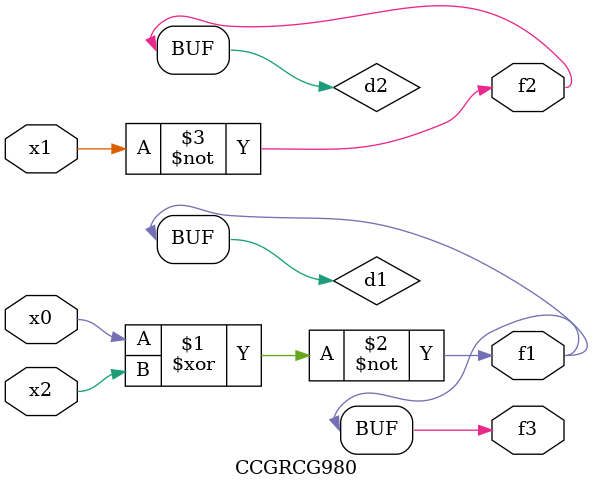
<source format=v>
module CCGRCG980(
	input x0, x1, x2,
	output f1, f2, f3
);

	wire d1, d2, d3;

	xnor (d1, x0, x2);
	nand (d2, x1);
	nor (d3, x1, x2);
	assign f1 = d1;
	assign f2 = d2;
	assign f3 = d1;
endmodule

</source>
